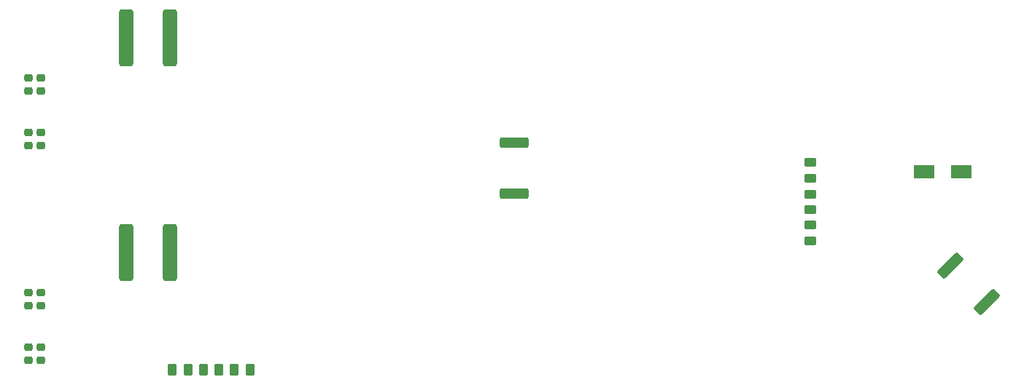
<source format=gbr>
%TF.GenerationSoftware,KiCad,Pcbnew,(6.0.9)*%
%TF.CreationDate,2023-03-15T23:45:40+00:00*%
%TF.ProjectId,GTI_V5,4754495f-5635-42e6-9b69-6361645f7063,rev?*%
%TF.SameCoordinates,Original*%
%TF.FileFunction,Paste,Bot*%
%TF.FilePolarity,Positive*%
%FSLAX46Y46*%
G04 Gerber Fmt 4.6, Leading zero omitted, Abs format (unit mm)*
G04 Created by KiCad (PCBNEW (6.0.9)) date 2023-03-15 23:45:40*
%MOMM*%
%LPD*%
G01*
G04 APERTURE LIST*
G04 Aperture macros list*
%AMRoundRect*
0 Rectangle with rounded corners*
0 $1 Rounding radius*
0 $2 $3 $4 $5 $6 $7 $8 $9 X,Y pos of 4 corners*
0 Add a 4 corners polygon primitive as box body*
4,1,4,$2,$3,$4,$5,$6,$7,$8,$9,$2,$3,0*
0 Add four circle primitives for the rounded corners*
1,1,$1+$1,$2,$3*
1,1,$1+$1,$4,$5*
1,1,$1+$1,$6,$7*
1,1,$1+$1,$8,$9*
0 Add four rect primitives between the rounded corners*
20,1,$1+$1,$2,$3,$4,$5,0*
20,1,$1+$1,$4,$5,$6,$7,0*
20,1,$1+$1,$6,$7,$8,$9,0*
20,1,$1+$1,$8,$9,$2,$3,0*%
G04 Aperture macros list end*
%ADD10RoundRect,0.250000X1.425000X-0.362500X1.425000X0.362500X-1.425000X0.362500X-1.425000X-0.362500X0*%
%ADD11RoundRect,0.225000X-0.250000X0.225000X-0.250000X-0.225000X0.250000X-0.225000X0.250000X0.225000X0*%
%ADD12RoundRect,0.250000X0.262500X0.450000X-0.262500X0.450000X-0.262500X-0.450000X0.262500X-0.450000X0*%
%ADD13RoundRect,0.250000X-1.263953X-0.751301X-0.751301X-1.263953X1.263953X0.751301X0.751301X1.263953X0*%
%ADD14RoundRect,0.250000X-0.450000X0.262500X-0.450000X-0.262500X0.450000X-0.262500X0.450000X0.262500X0*%
%ADD15RoundRect,0.225000X0.250000X-0.225000X0.250000X0.225000X-0.250000X0.225000X-0.250000X-0.225000X0*%
%ADD16RoundRect,0.250000X0.562500X3.050000X-0.562500X3.050000X-0.562500X-3.050000X0.562500X-3.050000X0*%
%ADD17R,2.350000X1.550000*%
G04 APERTURE END LIST*
D10*
%TO.C,R7*%
X123500000Y-71962500D03*
X123500000Y-66037500D03*
%TD*%
D11*
%TO.C,C8*%
X67107500Y-64870000D03*
X67107500Y-66420000D03*
%TD*%
D12*
%TO.C,R26*%
X92812500Y-92500000D03*
X90987500Y-92500000D03*
%TD*%
D13*
%TO.C,R14*%
X174155196Y-80405196D03*
X178344804Y-84594804D03*
%TD*%
D12*
%TO.C,R24*%
X85612500Y-92500000D03*
X83787500Y-92500000D03*
%TD*%
D14*
%TO.C,R5*%
X157900000Y-70225000D03*
X157900000Y-68400000D03*
%TD*%
D11*
%TO.C,C7*%
X67107500Y-58525000D03*
X67107500Y-60075000D03*
%TD*%
D15*
%TO.C,C24*%
X67107500Y-91420000D03*
X67107500Y-89870000D03*
%TD*%
D11*
%TO.C,C25*%
X68547500Y-89870000D03*
X68547500Y-91420000D03*
%TD*%
D12*
%TO.C,R25*%
X89212500Y-92500000D03*
X87387500Y-92500000D03*
%TD*%
D15*
%TO.C,C19*%
X68547500Y-85075000D03*
X68547500Y-83525000D03*
%TD*%
D11*
%TO.C,C6*%
X68547500Y-58525000D03*
X68547500Y-60075000D03*
%TD*%
D16*
%TO.C,C21*%
X83537500Y-78845000D03*
X78462500Y-78845000D03*
%TD*%
D14*
%TO.C,R9*%
X157900000Y-77475000D03*
X157900000Y-75650000D03*
%TD*%
D16*
%TO.C,C5*%
X83537500Y-53845000D03*
X78462500Y-53845000D03*
%TD*%
D14*
%TO.C,R8*%
X157900000Y-73887500D03*
X157900000Y-72062500D03*
%TD*%
D15*
%TO.C,C9*%
X68547500Y-66420000D03*
X68547500Y-64870000D03*
%TD*%
D11*
%TO.C,C23*%
X67107500Y-83525000D03*
X67107500Y-85075000D03*
%TD*%
D17*
%TO.C,D6*%
X171100000Y-69500000D03*
X175400000Y-69500000D03*
%TD*%
M02*

</source>
